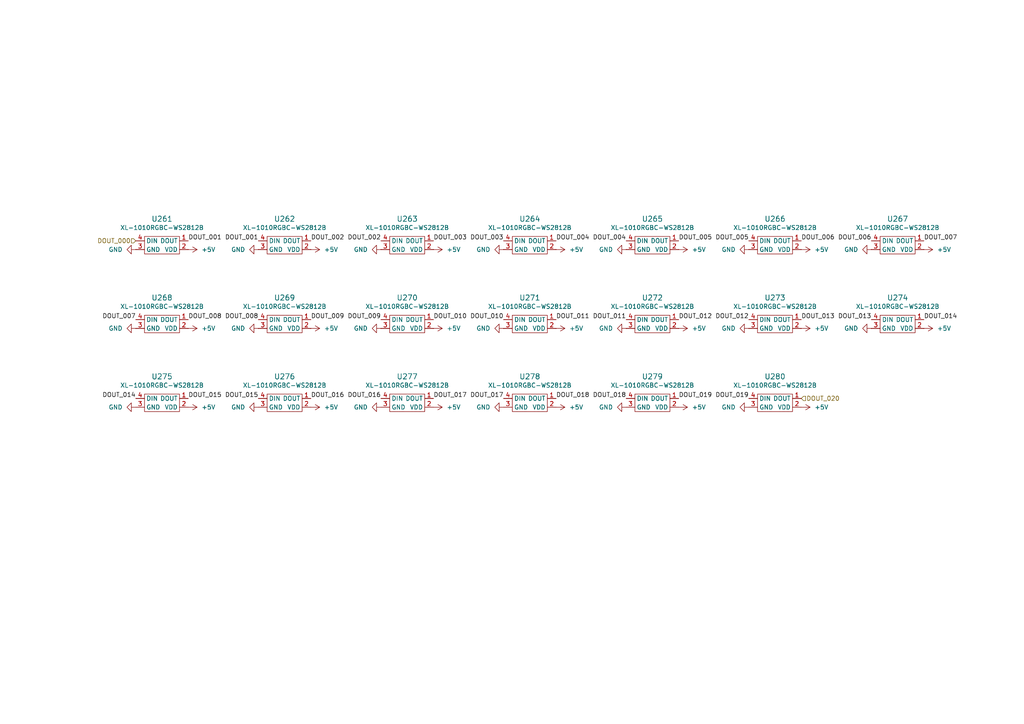
<source format=kicad_sch>
(kicad_sch (version 20250114) (generator "eeschema") (generator_version "9.0")
  (paper "A4")
  (lib_symbols
    (symbol "SK6805-EC10-000:SK6805_EC10-000"
      (property "Reference" "U" (at -2.54 3.556 0))
      (property "Value" "XL-1010RGBC-WS2812B" (at 1.016 -3.81 0))
      (symbol "SK6805_EC10-000_1_1"
        (rectangle (start -5.08 2.54) (end 5.08 -2.54))
        (pin passive line (at -7.62 1.27 0) (length 2.54) (name "DIN") (number "4"))
        (pin passive line (at -7.62 -1.27 0) (length 2.54) (name "GND") (number "3"))
        (pin passive line (at 7.62 1.27 180) (length 2.54) (name "DOUT") (number "1"))
        (pin passive line (at 7.62 -1.27 180) (length 2.54) (name "VDD") (number "2"))
      )
    )
    (symbol "power:+5V" (power) (pin_numbers (hide yes)) (pin_names (offset 0) (hide yes))
      (property "Value" "+5V" (at 0 3.556 0))
      (symbol "+5V_0_1"
        (polyline (pts (xy -0.762 1.27) (xy 0 2.54)))
        (polyline (pts (xy 0 2.54) (xy 0.762 1.27)))
        (polyline (pts (xy 0 0) (xy 0 2.54)))
      )
      (symbol "+5V_1_1"
        (pin power_in line (at 0 0 90) (length 0) (name "~") (number "1"))
      )
    )
    (symbol "power:GND" (power) (pin_numbers (hide yes)) (pin_names (offset 0) (hide yes))
      (property "Value" "GND" (at 0 -3.81 0))
      (symbol "GND_0_1"
        (polyline (pts (xy 0 0) (xy 0 -1.27) (xy 1.27 -1.27) (xy 0 -2.54) (xy -1.27 -1.27) (xy 0 -1.27)))
      )
      (symbol "GND_1_1"
        (pin power_in line (at 0 0 270) (length 0) (name "~") (number "1"))
      )
    )
  )
  (label "DOUT_014" (at 267.97 92.71 0))
  (label "DOUT_001" (at 54.61 69.85 0))
  (label "DOUT_016" (at 90.17 115.57 0))
  (label "DOUT_003" (at 146.05 69.85 180))
  (label "DOUT_001" (at 74.93 69.85 180))
  (label "DOUT_017" (at 125.73 115.57 0))
  (label "DOUT_013" (at 252.73 92.71 180))
  (label "DOUT_015" (at 54.61 115.57 0))
  (label "DOUT_006" (at 252.73 69.85 180))
  (label "DOUT_008" (at 54.61 92.71 0))
  (label "DOUT_005" (at 217.17 69.85 180))
  (label "DOUT_009" (at 90.17 92.71 0))
  (label "DOUT_018" (at 161.29 115.57 0))
  (label "DOUT_010" (at 146.05 92.71 180))
  (label "DOUT_012" (at 217.17 92.71 180))
  (label "DOUT_011" (at 181.61 92.71 180))
  (label "DOUT_002" (at 90.17 69.85 0))
  (label "DOUT_006" (at 232.41 69.85 0))
  (label "DOUT_005" (at 196.85 69.85 0))
  (label "DOUT_003" (at 125.73 69.85 0))
  (label "DOUT_004" (at 161.29 69.85 0))
  (label "DOUT_007" (at 39.37 92.71 180))
  (label "DOUT_017" (at 146.05 115.57 180))
  (label "DOUT_012" (at 196.85 92.71 0))
  (label "DOUT_008" (at 74.93 92.71 180))
  (label "DOUT_014" (at 39.37 115.57 180))
  (label "DOUT_009" (at 110.49 92.71 180))
  (label "DOUT_002" (at 110.49 69.85 180))
  (label "DOUT_007" (at 267.97 69.85 0))
  (label "DOUT_018" (at 181.61 115.57 180))
  (label "DOUT_015" (at 74.93 115.57 180))
  (label "DOUT_019" (at 217.17 115.57 180))
  (label "DOUT_019" (at 196.85 115.57 0))
  (label "DOUT_010" (at 125.73 92.71 0))
  (label "DOUT_004" (at 181.61 69.85 180))
  (label "DOUT_016" (at 110.49 115.57 180))
  (label "DOUT_013" (at 232.41 92.71 0))
  (label "DOUT_011" (at 161.29 92.71 0))
  (hierarchical_label "DOUT_020" (shape input) (at 232.41 115.57 0))
  (hierarchical_label "DOUT_000" (shape input) (at 39.37 69.85 180))
  (symbol (lib_id "power:+5V") (at 196.85 95.25 270) (unit 1)
    (property "Reference" "#PWR1099" (effects (hide yes)))
    (property "Value" "+5V" (at 200.66 95.2501 90) (effects (justify left)))
    (property "Description" "Power symbol creates a global label with name \"+5V\"" (effects (hide yes)))
  )
  (symbol (lib_id "power:GND") (at 110.49 72.39 270) (unit 1)
    (property "Reference" "#PWR1065" (effects (hide yes)))
    (property "Value" "GND" (at 106.68 72.3899 90) (effects (justify right)))
    (property "Description" "Power symbol creates a global label with name \"GND\" , ground" (effects (hide yes)))
  )
  (symbol (lib_id "SK6805-EC10-000:SK6805_EC10-000") (at 153.67 116.84 0) (unit 1)
    (property "Reference" "U278" (at 153.67 109.22 0) (effects (font (size 1.524 1.524))))
    (property "Value" "XL-1010RGBC-WS2812B" (at 153.67 111.76 0))
    (property "Footprint" "SK6805-EC10-000:SMD-4P,1.1x1.1mm" (effects (hide yes)))
    (property "Datasheet" "4492" (effects (hide yes)))
    (property "LCSC" "C5349953" (effects (hide yes)))
  )
  (symbol (lib_id "SK6805-EC10-000:SK6805_EC10-000") (at 224.79 93.98 0) (unit 1)
    (property "Reference" "U273" (at 224.79 86.36 0) (effects (font (size 1.524 1.524))))
    (property "Value" "XL-1010RGBC-WS2812B" (at 224.79 88.9 0))
    (property "Footprint" "SK6805-EC10-000:SMD-4P,1.1x1.1mm" (effects (hide yes)))
    (property "Datasheet" "4492" (effects (hide yes)))
    (property "LCSC" "C5349953" (effects (hide yes)))
  )
  (symbol (lib_id "SK6805-EC10-000:SK6805_EC10-000") (at 118.11 71.12 0) (unit 1)
    (property "Reference" "U263" (at 118.11 63.5 0) (effects (font (size 1.524 1.524))))
    (property "Value" "XL-1010RGBC-WS2812B" (at 118.11 66.04 0))
    (property "Footprint" "SK6805-EC10-000:SMD-4P,1.1x1.1mm" (effects (hide yes)))
    (property "Datasheet" "4492" (effects (hide yes)))
    (property "LCSC" "C5349953" (effects (hide yes)))
  )
  (symbol (lib_id "power:GND") (at 110.49 95.25 270) (unit 1)
    (property "Reference" "#PWR1066" (effects (hide yes)))
    (property "Value" "GND" (at 106.68 95.2499 90) (effects (justify right)))
    (property "Description" "Power symbol creates a global label with name \"GND\" , ground" (effects (hide yes)))
  )
  (symbol (lib_id "SK6805-EC10-000:SK6805_EC10-000") (at 189.23 93.98 0) (unit 1)
    (property "Reference" "U272" (at 189.23 86.36 0) (effects (font (size 1.524 1.524))))
    (property "Value" "XL-1010RGBC-WS2812B" (at 189.23 88.9 0))
    (property "Footprint" "SK6805-EC10-000:SMD-4P,1.1x1.1mm" (effects (hide yes)))
    (property "Datasheet" "4492" (effects (hide yes)))
    (property "LCSC" "C5349953" (effects (hide yes)))
  )
  (symbol (lib_id "power:+5V") (at 90.17 95.25 270) (unit 1)
    (property "Reference" "#PWR1063" (effects (hide yes)))
    (property "Value" "+5V" (at 93.98 95.2501 90) (effects (justify left)))
    (property "Description" "Power symbol creates a global label with name \"+5V\"" (effects (hide yes)))
  )
  (symbol (lib_id "power:GND") (at 181.61 72.39 270) (unit 1)
    (property "Reference" "#PWR1089" (effects (hide yes)))
    (property "Value" "GND" (at 177.8 72.3899 90) (effects (justify right)))
    (property "Description" "Power symbol creates a global label with name \"GND\" , ground" (effects (hide yes)))
  )
  (symbol (lib_id "power:+5V") (at 90.17 118.11 270) (unit 1)
    (property "Reference" "#PWR1064" (effects (hide yes)))
    (property "Value" "+5V" (at 93.98 118.1101 90) (effects (justify left)))
    (property "Description" "Power symbol creates a global label with name \"+5V\"" (effects (hide yes)))
  )
  (symbol (lib_id "SK6805-EC10-000:SK6805_EC10-000") (at 224.79 116.84 0) (unit 1)
    (property "Reference" "U280" (at 224.79 109.22 0) (effects (font (size 1.524 1.524))))
    (property "Value" "XL-1010RGBC-WS2812B" (at 224.79 111.76 0))
    (property "Footprint" "SK6805-EC10-000:SMD-4P,1.1x1.1mm" (effects (hide yes)))
    (property "Datasheet" "4492" (effects (hide yes)))
    (property "LCSC" "C5349953" (effects (hide yes)))
  )
  (symbol (lib_id "SK6805-EC10-000:SK6805_EC10-000") (at 46.99 93.98 0) (unit 1)
    (property "Reference" "U268" (at 46.99 86.36 0) (effects (font (size 1.524 1.524))))
    (property "Value" "XL-1010RGBC-WS2812B" (at 46.99 88.9 0))
    (property "Footprint" "SK6805-EC10-000:SMD-4P,1.1x1.1mm" (effects (hide yes)))
    (property "Datasheet" "4492" (effects (hide yes)))
    (property "LCSC" "C5349953" (effects (hide yes)))
  )
  (symbol (lib_id "power:+5V") (at 125.73 118.11 270) (unit 1)
    (property "Reference" "#PWR1076" (effects (hide yes)))
    (property "Value" "+5V" (at 129.54 118.1101 90) (effects (justify left)))
    (property "Description" "Power symbol creates a global label with name \"+5V\"" (effects (hide yes)))
  )
  (symbol (lib_id "power:+5V") (at 196.85 118.11 270) (unit 1)
    (property "Reference" "#PWR1100" (effects (hide yes)))
    (property "Value" "+5V" (at 200.66 118.1101 90) (effects (justify left)))
    (property "Description" "Power symbol creates a global label with name \"+5V\"" (effects (hide yes)))
  )
  (symbol (lib_id "SK6805-EC10-000:SK6805_EC10-000") (at 82.55 116.84 0) (unit 1)
    (property "Reference" "U276" (at 82.55 109.22 0) (effects (font (size 1.524 1.524))))
    (property "Value" "XL-1010RGBC-WS2812B" (at 82.55 111.76 0))
    (property "Footprint" "SK6805-EC10-000:SMD-4P,1.1x1.1mm" (effects (hide yes)))
    (property "Datasheet" "4492" (effects (hide yes)))
    (property "LCSC" "C5349953" (effects (hide yes)))
  )
  (symbol (lib_id "power:+5V") (at 54.61 118.11 270) (unit 1)
    (property "Reference" "#PWR1052" (effects (hide yes)))
    (property "Value" "+5V" (at 58.42 118.1101 90) (effects (justify left)))
    (property "Description" "Power symbol creates a global label with name \"+5V\"" (effects (hide yes)))
  )
  (symbol (lib_id "power:GND") (at 74.93 95.25 270) (unit 1)
    (property "Reference" "#PWR1054" (effects (hide yes)))
    (property "Value" "GND" (at 71.12 95.2499 90) (effects (justify right)))
    (property "Description" "Power symbol creates a global label with name \"GND\" , ground" (effects (hide yes)))
  )
  (symbol (lib_id "power:+5V") (at 232.41 118.11 270) (unit 1)
    (property "Reference" "#PWR1112" (effects (hide yes)))
    (property "Value" "+5V" (at 236.22 118.1101 90) (effects (justify left)))
    (property "Description" "Power symbol creates a global label with name \"+5V\"" (effects (hide yes)))
  )
  (symbol (lib_id "power:GND") (at 74.93 72.39 270) (unit 1)
    (property "Reference" "#PWR1053" (effects (hide yes)))
    (property "Value" "GND" (at 71.12 72.3899 90) (effects (justify right)))
    (property "Description" "Power symbol creates a global label with name \"GND\" , ground" (effects (hide yes)))
  )
  (symbol (lib_id "power:+5V") (at 161.29 72.39 270) (unit 1)
    (property "Reference" "#PWR1086" (effects (hide yes)))
    (property "Value" "+5V" (at 165.1 72.3901 90) (effects (justify left)))
    (property "Description" "Power symbol creates a global label with name \"+5V\"" (effects (hide yes)))
  )
  (symbol (lib_id "power:GND") (at 146.05 95.25 270) (unit 1)
    (property "Reference" "#PWR1078" (effects (hide yes)))
    (property "Value" "GND" (at 142.24 95.2499 90) (effects (justify right)))
    (property "Description" "Power symbol creates a global label with name \"GND\" , ground" (effects (hide yes)))
  )
  (symbol (lib_id "SK6805-EC10-000:SK6805_EC10-000") (at 118.11 116.84 0) (unit 1)
    (property "Reference" "U277" (at 118.11 109.22 0) (effects (font (size 1.524 1.524))))
    (property "Value" "XL-1010RGBC-WS2812B" (at 118.11 111.76 0))
    (property "Footprint" "SK6805-EC10-000:SMD-4P,1.1x1.1mm" (effects (hide yes)))
    (property "Datasheet" "4492" (effects (hide yes)))
    (property "LCSC" "C5349953" (effects (hide yes)))
  )
  (symbol (lib_id "power:+5V") (at 196.85 72.39 270) (unit 1)
    (property "Reference" "#PWR1098" (effects (hide yes)))
    (property "Value" "+5V" (at 200.66 72.3901 90) (effects (justify left)))
    (property "Description" "Power symbol creates a global label with name \"+5V\"" (effects (hide yes)))
  )
  (symbol (lib_id "power:GND") (at 110.49 118.11 270) (unit 1)
    (property "Reference" "#PWR1067" (effects (hide yes)))
    (property "Value" "GND" (at 106.68 118.1099 90) (effects (justify right)))
    (property "Description" "Power symbol creates a global label with name \"GND\" , ground" (effects (hide yes)))
  )
  (symbol (lib_id "SK6805-EC10-000:SK6805_EC10-000") (at 224.79 71.12 0) (unit 1)
    (property "Reference" "U266" (at 224.79 63.5 0) (effects (font (size 1.524 1.524))))
    (property "Value" "XL-1010RGBC-WS2812B" (at 224.79 66.04 0))
    (property "Footprint" "SK6805-EC10-000:SMD-4P,1.1x1.1mm" (effects (hide yes)))
    (property "Datasheet" "4492" (effects (hide yes)))
    (property "LCSC" "C5349953" (effects (hide yes)))
  )
  (symbol (lib_id "power:+5V") (at 161.29 95.25 270) (unit 1)
    (property "Reference" "#PWR1087" (effects (hide yes)))
    (property "Value" "+5V" (at 165.1 95.2501 90) (effects (justify left)))
    (property "Description" "Power symbol creates a global label with name \"+5V\"" (effects (hide yes)))
  )
  (symbol (lib_id "SK6805-EC10-000:SK6805_EC10-000") (at 260.35 93.98 0) (unit 1)
    (property "Reference" "U274" (at 260.35 86.36 0) (effects (font (size 1.524 1.524))))
    (property "Value" "XL-1010RGBC-WS2812B" (at 260.35 88.9 0))
    (property "Footprint" "SK6805-EC10-000:SMD-4P,1.1x1.1mm" (effects (hide yes)))
    (property "Datasheet" "4492" (effects (hide yes)))
    (property "LCSC" "C5349953" (effects (hide yes)))
  )
  (symbol (lib_id "power:GND") (at 252.73 72.39 270) (unit 1)
    (property "Reference" "#PWR1113" (effects (hide yes)))
    (property "Value" "GND" (at 248.92 72.3899 90) (effects (justify right)))
    (property "Description" "Power symbol creates a global label with name \"GND\" , ground" (effects (hide yes)))
  )
  (symbol (lib_id "SK6805-EC10-000:SK6805_EC10-000") (at 153.67 71.12 0) (unit 1)
    (property "Reference" "U264" (at 153.67 63.5 0) (effects (font (size 1.524 1.524))))
    (property "Value" "XL-1010RGBC-WS2812B" (at 153.67 66.04 0))
    (property "Footprint" "SK6805-EC10-000:SMD-4P,1.1x1.1mm" (effects (hide yes)))
    (property "Datasheet" "4492" (effects (hide yes)))
    (property "LCSC" "C5349953" (effects (hide yes)))
  )
  (symbol (lib_id "power:GND") (at 39.37 118.11 270) (unit 1)
    (property "Reference" "#PWR1043" (effects (hide yes)))
    (property "Value" "GND" (at 35.56 118.1099 90) (effects (justify right)))
    (property "Description" "Power symbol creates a global label with name \"GND\" , ground" (effects (hide yes)))
  )
  (symbol (lib_id "SK6805-EC10-000:SK6805_EC10-000") (at 260.35 71.12 0) (unit 1)
    (property "Reference" "U267" (at 260.35 63.5 0) (effects (font (size 1.524 1.524))))
    (property "Value" "XL-1010RGBC-WS2812B" (at 260.35 66.04 0))
    (property "Footprint" "SK6805-EC10-000:SMD-4P,1.1x1.1mm" (effects (hide yes)))
    (property "Datasheet" "4492" (effects (hide yes)))
    (property "LCSC" "C5349953" (effects (hide yes)))
  )
  (symbol (lib_id "power:GND") (at 74.93 118.11 270) (unit 1)
    (property "Reference" "#PWR1055" (effects (hide yes)))
    (property "Value" "GND" (at 71.12 118.1099 90) (effects (justify right)))
    (property "Description" "Power symbol creates a global label with name \"GND\" , ground" (effects (hide yes)))
  )
  (symbol (lib_id "power:GND") (at 217.17 72.39 270) (unit 1)
    (property "Reference" "#PWR1101" (effects (hide yes)))
    (property "Value" "GND" (at 213.36 72.3899 90) (effects (justify right)))
    (property "Description" "Power symbol creates a global label with name \"GND\" , ground" (effects (hide yes)))
  )
  (symbol (lib_id "power:GND") (at 181.61 118.11 270) (unit 1)
    (property "Reference" "#PWR1091" (effects (hide yes)))
    (property "Value" "GND" (at 177.8 118.1099 90) (effects (justify right)))
    (property "Description" "Power symbol creates a global label with name \"GND\" , ground" (effects (hide yes)))
  )
  (symbol (lib_id "power:+5V") (at 125.73 72.39 270) (unit 1)
    (property "Reference" "#PWR1074" (effects (hide yes)))
    (property "Value" "+5V" (at 129.54 72.3901 90) (effects (justify left)))
    (property "Description" "Power symbol creates a global label with name \"+5V\"" (effects (hide yes)))
  )
  (symbol (lib_id "power:GND") (at 217.17 118.11 270) (unit 1)
    (property "Reference" "#PWR1103" (effects (hide yes)))
    (property "Value" "GND" (at 213.36 118.1099 90) (effects (justify right)))
    (property "Description" "Power symbol creates a global label with name \"GND\" , ground" (effects (hide yes)))
  )
  (symbol (lib_id "SK6805-EC10-000:SK6805_EC10-000") (at 82.55 71.12 0) (unit 1)
    (property "Reference" "U262" (at 82.55 63.5 0) (effects (font (size 1.524 1.524))))
    (property "Value" "XL-1010RGBC-WS2812B" (at 82.55 66.04 0))
    (property "Footprint" "SK6805-EC10-000:SMD-4P,1.1x1.1mm" (effects (hide yes)))
    (property "Datasheet" "4492" (effects (hide yes)))
    (property "LCSC" "C5349953" (effects (hide yes)))
  )
  (symbol (lib_id "SK6805-EC10-000:SK6805_EC10-000") (at 189.23 116.84 0) (unit 1)
    (property "Reference" "U279" (at 189.23 109.22 0) (effects (font (size 1.524 1.524))))
    (property "Value" "XL-1010RGBC-WS2812B" (at 189.23 111.76 0))
    (property "Footprint" "SK6805-EC10-000:SMD-4P,1.1x1.1mm" (effects (hide yes)))
    (property "Datasheet" "4492" (effects (hide yes)))
    (property "LCSC" "C5349953" (effects (hide yes)))
  )
  (symbol (lib_id "power:GND") (at 217.17 95.25 270) (unit 1)
    (property "Reference" "#PWR1102" (effects (hide yes)))
    (property "Value" "GND" (at 213.36 95.2499 90) (effects (justify right)))
    (property "Description" "Power symbol creates a global label with name \"GND\" , ground" (effects (hide yes)))
  )
  (symbol (lib_id "SK6805-EC10-000:SK6805_EC10-000") (at 189.23 71.12 0) (unit 1)
    (property "Reference" "U265" (at 189.23 63.5 0) (effects (font (size 1.524 1.524))))
    (property "Value" "XL-1010RGBC-WS2812B" (at 189.23 66.04 0))
    (property "Footprint" "SK6805-EC10-000:SMD-4P,1.1x1.1mm" (effects (hide yes)))
    (property "Datasheet" "4492" (effects (hide yes)))
    (property "LCSC" "C5349953" (effects (hide yes)))
  )
  (symbol (lib_id "SK6805-EC10-000:SK6805_EC10-000") (at 153.67 93.98 0) (unit 1)
    (property "Reference" "U271" (at 153.67 86.36 0) (effects (font (size 1.524 1.524))))
    (property "Value" "XL-1010RGBC-WS2812B" (at 153.67 88.9 0))
    (property "Footprint" "SK6805-EC10-000:SMD-4P,1.1x1.1mm" (effects (hide yes)))
    (property "Datasheet" "4492" (effects (hide yes)))
    (property "LCSC" "C5349953" (effects (hide yes)))
  )
  (symbol (lib_id "power:GND") (at 39.37 72.39 270) (unit 1)
    (property "Reference" "#PWR1041" (effects (hide yes)))
    (property "Value" "GND" (at 35.56 72.3899 90) (effects (justify right)))
    (property "Description" "Power symbol creates a global label with name \"GND\" , ground" (effects (hide yes)))
  )
  (symbol (lib_id "power:GND") (at 146.05 118.11 270) (unit 1)
    (property "Reference" "#PWR1079" (effects (hide yes)))
    (property "Value" "GND" (at 142.24 118.1099 90) (effects (justify right)))
    (property "Description" "Power symbol creates a global label with name \"GND\" , ground" (effects (hide yes)))
  )
  (symbol (lib_id "power:+5V") (at 125.73 95.25 270) (unit 1)
    (property "Reference" "#PWR1075" (effects (hide yes)))
    (property "Value" "+5V" (at 129.54 95.2501 90) (effects (justify left)))
    (property "Description" "Power symbol creates a global label with name \"+5V\"" (effects (hide yes)))
  )
  (symbol (lib_id "power:+5V") (at 232.41 72.39 270) (unit 1)
    (property "Reference" "#PWR1110" (effects (hide yes)))
    (property "Value" "+5V" (at 236.22 72.3901 90) (effects (justify left)))
    (property "Description" "Power symbol creates a global label with name \"+5V\"" (effects (hide yes)))
  )
  (symbol (lib_id "power:+5V") (at 54.61 95.25 270) (unit 1)
    (property "Reference" "#PWR1051" (effects (hide yes)))
    (property "Value" "+5V" (at 58.42 95.2501 90) (effects (justify left)))
    (property "Description" "Power symbol creates a global label with name \"+5V\"" (effects (hide yes)))
  )
  (symbol (lib_id "SK6805-EC10-000:SK6805_EC10-000") (at 46.99 71.12 0) (unit 1)
    (property "Reference" "U261" (at 46.99 63.5 0) (effects (font (size 1.524 1.524))))
    (property "Value" "XL-1010RGBC-WS2812B" (at 46.99 66.04 0))
    (property "Footprint" "SK6805-EC10-000:SMD-4P,1.1x1.1mm" (effects (hide yes)))
    (property "Datasheet" "4492" (effects (hide yes)))
    (property "LCSC" "C5349953" (effects (hide yes)))
  )
  (symbol (lib_id "power:GND") (at 252.73 95.25 270) (unit 1)
    (property "Reference" "#PWR1114" (effects (hide yes)))
    (property "Value" "GND" (at 248.92 95.2499 90) (effects (justify right)))
    (property "Description" "Power symbol creates a global label with name \"GND\" , ground" (effects (hide yes)))
  )
  (symbol (lib_id "power:+5V") (at 267.97 72.39 270) (unit 1)
    (property "Reference" "#PWR1119" (effects (hide yes)))
    (property "Value" "+5V" (at 271.78 72.3901 90) (effects (justify left)))
    (property "Description" "Power symbol creates a global label with name \"+5V\"" (effects (hide yes)))
  )
  (symbol (lib_id "power:GND") (at 181.61 95.25 270) (unit 1)
    (property "Reference" "#PWR1090" (effects (hide yes)))
    (property "Value" "GND" (at 177.8 95.2499 90) (effects (justify right)))
    (property "Description" "Power symbol creates a global label with name \"GND\" , ground" (effects (hide yes)))
  )
  (symbol (lib_id "power:+5V") (at 90.17 72.39 270) (unit 1)
    (property "Reference" "#PWR1062" (effects (hide yes)))
    (property "Value" "+5V" (at 93.98 72.3901 90) (effects (justify left)))
    (property "Description" "Power symbol creates a global label with name \"+5V\"" (effects (hide yes)))
  )
  (symbol (lib_id "power:+5V") (at 54.61 72.39 270) (unit 1)
    (property "Reference" "#PWR1050" (effects (hide yes)))
    (property "Value" "+5V" (at 58.42 72.3901 90) (effects (justify left)))
    (property "Description" "Power symbol creates a global label with name \"+5V\"" (effects (hide yes)))
  )
  (symbol (lib_id "power:+5V") (at 161.29 118.11 270) (unit 1)
    (property "Reference" "#PWR1088" (effects (hide yes)))
    (property "Value" "+5V" (at 165.1 118.1101 90) (effects (justify left)))
    (property "Description" "Power symbol creates a global label with name \"+5V\"" (effects (hide yes)))
  )
  (symbol (lib_id "SK6805-EC10-000:SK6805_EC10-000") (at 82.55 93.98 0) (unit 1)
    (property "Reference" "U269" (at 82.55 86.36 0) (effects (font (size 1.524 1.524))))
    (property "Value" "XL-1010RGBC-WS2812B" (at 82.55 88.9 0))
    (property "Footprint" "SK6805-EC10-000:SMD-4P,1.1x1.1mm" (effects (hide yes)))
    (property "Datasheet" "4492" (effects (hide yes)))
    (property "LCSC" "C5349953" (effects (hide yes)))
  )
  (symbol (lib_id "SK6805-EC10-000:SK6805_EC10-000") (at 46.99 116.84 0) (unit 1)
    (property "Reference" "U275" (at 46.99 109.22 0) (effects (font (size 1.524 1.524))))
    (property "Value" "XL-1010RGBC-WS2812B" (at 46.99 111.76 0))
    (property "Footprint" "SK6805-EC10-000:SMD-4P,1.1x1.1mm" (effects (hide yes)))
    (property "Datasheet" "4492" (effects (hide yes)))
    (property "LCSC" "C5349953" (effects (hide yes)))
  )
  (symbol (lib_id "power:+5V") (at 267.97 95.25 270) (unit 1)
    (property "Reference" "#PWR1120" (effects (hide yes)))
    (property "Value" "+5V" (at 271.78 95.2501 90) (effects (justify left)))
    (property "Description" "Power symbol creates a global label with name \"+5V\"" (effects (hide yes)))
  )
  (symbol (lib_id "power:GND") (at 146.05 72.39 270) (unit 1)
    (property "Reference" "#PWR1077" (effects (hide yes)))
    (property "Value" "GND" (at 142.24 72.3899 90) (effects (justify right)))
    (property "Description" "Power symbol creates a global label with name \"GND\" , ground" (effects (hide yes)))
  )
  (symbol (lib_id "power:+5V") (at 232.41 95.25 270) (unit 1)
    (property "Reference" "#PWR1111" (effects (hide yes)))
    (property "Value" "+5V" (at 236.22 95.2501 90) (effects (justify left)))
    (property "Description" "Power symbol creates a global label with name \"+5V\"" (effects (hide yes)))
  )
  (symbol (lib_id "SK6805-EC10-000:SK6805_EC10-000") (at 118.11 93.98 0) (unit 1)
    (property "Reference" "U270" (at 118.11 86.36 0) (effects (font (size 1.524 1.524))))
    (property "Value" "XL-1010RGBC-WS2812B" (at 118.11 88.9 0))
    (property "Footprint" "SK6805-EC10-000:SMD-4P,1.1x1.1mm" (effects (hide yes)))
    (property "Datasheet" "4492" (effects (hide yes)))
    (property "LCSC" "C5349953" (effects (hide yes)))
  )
  (symbol (lib_id "power:GND") (at 39.37 95.25 270) (unit 1)
    (property "Reference" "#PWR1042" (effects (hide yes)))
    (property "Value" "GND" (at 35.56 95.2499 90) (effects (justify right)))
    (property "Description" "Power symbol creates a global label with name \"GND\" , ground" (effects (hide yes)))
  )
)
</source>
